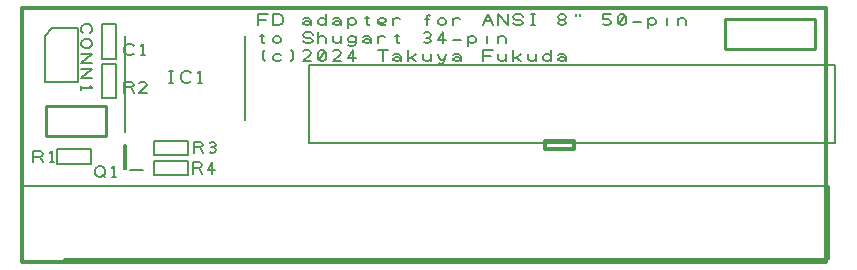
<source format=gbr>
G04 DesignSpark PCB Gerber Version 11.0 Build 5877*
%FSLAX35Y35*%
%MOIN*%
%ADD82C,0.00500*%
%ADD93C,0.00787*%
%ADD15C,0.00800*%
%ADD11C,0.01000*%
%ADD10C,0.01200*%
X0Y0D02*
D02*
D10*
X1083Y600D02*
X269075D01*
Y85314D01*
X1083D01*
Y600D01*
X175442Y38112D02*
Y40925D01*
X185132D01*
Y38112D01*
X175442D01*
D02*
D11*
X9141Y42490D02*
X29141D01*
Y52490D01*
X9141D01*
Y42490D01*
X265469Y81561D02*
X235469D01*
Y71561D01*
X265469D01*
Y81561D01*
D02*
D15*
X96567Y40022D02*
X272067D01*
Y66022D01*
X96567D01*
Y40022D01*
D02*
D82*
X4763Y33735D02*
Y37485D01*
X6950D01*
X7576Y37173D01*
X7888Y36548D01*
X7576Y35923D01*
X6950Y35610D01*
X4763D01*
X6950D02*
X7888Y33735D01*
X10388D02*
X11638D01*
X11013D02*
Y37485D01*
X10388Y36860D01*
X12774Y33227D02*
Y38052D01*
X24141D01*
Y33227D01*
X12774D01*
X19641Y78368D02*
Y60376D01*
X8641D01*
Y75868D01*
X11141Y78368D01*
X19641D01*
X21330Y76743D02*
X21018Y77055D01*
X20705Y77680D01*
Y78618D01*
X21018Y79243D01*
X21330Y79555D01*
X21955Y79868D01*
X23205D01*
X23830Y79555D01*
X24143Y79243D01*
X24455Y78618D01*
Y77680D01*
X24143Y77055D01*
X23830Y76743D01*
X21955Y74868D02*
X23205D01*
X23830Y74555D01*
X24143Y74243D01*
X24455Y73618D01*
Y72993D01*
X24143Y72368D01*
X23830Y72055D01*
X23205Y71743D01*
X21955D01*
X21330Y72055D01*
X21018Y72368D01*
X20705Y72993D01*
Y73618D01*
X21018Y74243D01*
X21330Y74555D01*
X21955Y74868D01*
X20705Y69868D02*
X24455D01*
X20705Y66743D01*
X24455D01*
X20705Y64868D02*
X24455D01*
X20705Y61743D01*
X24455D01*
X20705Y59243D02*
Y57993D01*
Y58618D02*
X24455D01*
X23830Y59243D01*
X25394Y29983D02*
Y31233D01*
X25707Y31859D01*
X26020Y32171D01*
X26644Y32483D01*
X27270D01*
X27894Y32171D01*
X28207Y31859D01*
X28520Y31233D01*
Y29983D01*
X28207Y29359D01*
X27894Y29046D01*
X27270Y28733D01*
X26644D01*
X26020Y29046D01*
X25707Y29359D01*
X25394Y29983D01*
X27582Y29671D02*
X28520Y28733D01*
X31020D02*
X32270D01*
X31644D02*
Y32483D01*
X31020Y31859D01*
X32467Y55188D02*
X27643D01*
Y66555D01*
X32467D01*
Y55188D01*
Y68317D02*
X27643D01*
Y79684D01*
X32467D01*
Y68317D01*
X35083Y56867D02*
Y60617D01*
X37271D01*
X37896Y60305D01*
X38209Y59680D01*
X37896Y59055D01*
X37271Y58743D01*
X35083D01*
X37271D02*
X38209Y56867D01*
X42583D02*
X40083D01*
X42271Y59055D01*
X42583Y59680D01*
X42271Y60305D01*
X41646Y60617D01*
X40709D01*
X40083Y60305D01*
X38209Y69996D02*
X37896Y69684D01*
X37271Y69371D01*
X36333D01*
X35709Y69684D01*
X35396Y69996D01*
X35083Y70621D01*
Y71871D01*
X35396Y72496D01*
X35709Y72809D01*
X36333Y73121D01*
X37271D01*
X37896Y72809D01*
X38209Y72496D01*
X40709Y69371D02*
X41959D01*
X41333D02*
Y73121D01*
X40709Y72496D01*
X44971Y36041D02*
Y40865D01*
X56338D01*
Y36041D01*
X44971D01*
X50089Y60306D02*
X51339D01*
X50715D02*
Y64056D01*
X50089D02*
X51339D01*
X57277Y60931D02*
X56965Y60619D01*
X56339Y60306D01*
X55402D01*
X54777Y60619D01*
X54465Y60931D01*
X54152Y61556D01*
Y62806D01*
X54465Y63431D01*
X54777Y63744D01*
X55402Y64056D01*
X56339D01*
X56965Y63744D01*
X57277Y63431D01*
X59777Y60306D02*
X61027D01*
X60402D02*
Y64056D01*
X59777Y63431D01*
X56459Y34244D02*
Y29419D01*
X45092D01*
Y34244D01*
X56459D01*
X57905Y29984D02*
Y33734D01*
X60092D01*
X60717Y33422D01*
X61030Y32796D01*
X60717Y32172D01*
X60092Y31859D01*
X57905D01*
X60092D02*
X61030Y29984D01*
X64467D02*
Y33734D01*
X62905Y31234D01*
X65405D01*
X58217Y36861D02*
Y40611D01*
X60405D01*
X61030Y40299D01*
X61343Y39674D01*
X61030Y39049D01*
X60405Y38736D01*
X58217D01*
X60405D02*
X61343Y36861D01*
X63530Y37174D02*
X64155Y36861D01*
X64780D01*
X65405Y37174D01*
X65717Y37799D01*
X65405Y38424D01*
X64780Y38736D01*
X64155D01*
X64780D02*
X65405Y39049D01*
X65717Y39674D01*
X65405Y40299D01*
X64780Y40611D01*
X64155D01*
X63530Y40299D01*
X79787Y79374D02*
Y83124D01*
X82912D01*
X82287Y81250D02*
X79787D01*
X84787Y79374D02*
Y83124D01*
X86662D01*
X87287Y82812D01*
X87599Y82500D01*
X87912Y81874D01*
Y80624D01*
X87599Y80000D01*
X87287Y79687D01*
X86662Y79374D01*
X84787D01*
X94787Y81562D02*
X95412Y81874D01*
X96349D01*
X96974Y81562D01*
X97287Y80937D01*
Y80000D01*
X96974Y79687D01*
X96349Y79374D01*
X95724D01*
X95099Y79687D01*
X94787Y80000D01*
Y80312D01*
X95099Y80624D01*
X95724Y80937D01*
X96349D01*
X96974Y80624D01*
X97287Y80312D01*
Y80000D02*
Y79374D01*
X102287Y80937D02*
X101974Y81562D01*
X101349Y81874D01*
X100724D01*
X100099Y81562D01*
X99787Y80937D01*
Y80312D01*
X100099Y79687D01*
X100724Y79374D01*
X101349D01*
X101974Y79687D01*
X102287Y80312D01*
Y79374D02*
Y83124D01*
X104787Y81562D02*
X105412Y81874D01*
X106349D01*
X106974Y81562D01*
X107287Y80937D01*
Y80000D01*
X106974Y79687D01*
X106349Y79374D01*
X105724D01*
X105099Y79687D01*
X104787Y80000D01*
Y80312D01*
X105099Y80624D01*
X105724Y80937D01*
X106349D01*
X106974Y80624D01*
X107287Y80312D01*
Y80000D02*
Y79374D01*
X109787Y81874D02*
Y78437D01*
Y80312D02*
X110099Y79687D01*
X110724Y79374D01*
X111349D01*
X111974Y79687D01*
X112287Y80312D01*
Y80937D01*
X111974Y81562D01*
X111349Y81874D01*
X110724D01*
X110099Y81562D01*
X109787Y80937D01*
Y80312D01*
X115307Y81874D02*
X116766D01*
X116037Y82500D02*
Y79687D01*
X116349Y79374D01*
X116662D01*
X116974Y79687D01*
X122287D02*
X121974Y79374D01*
X121349D01*
X120724D01*
X120099Y79687D01*
X119787Y80312D01*
Y81250D01*
X120099Y81562D01*
X120724Y81874D01*
X121349D01*
X121974Y81562D01*
X122287Y81250D01*
Y80937D01*
X121974Y80624D01*
X121349Y80312D01*
X120724D01*
X120099Y80624D01*
X119787Y80937D01*
X124787Y79374D02*
Y81874D01*
Y80937D02*
X125099Y81562D01*
X125724Y81874D01*
X126349D01*
X126974Y81562D01*
X136037Y79374D02*
Y82500D01*
X136349Y82812D01*
X136662D01*
X136974Y82500D01*
X135412Y81562D02*
X136662D01*
X139787Y80312D02*
X140099Y79687D01*
X140724Y79374D01*
X141349D01*
X141974Y79687D01*
X142287Y80312D01*
Y80937D01*
X141974Y81562D01*
X141349Y81874D01*
X140724D01*
X140099Y81562D01*
X139787Y80937D01*
Y80312D01*
X144787Y79374D02*
Y81874D01*
Y80937D02*
X145099Y81562D01*
X145724Y81874D01*
X146349D01*
X146974Y81562D01*
X154787Y79374D02*
X156349Y83124D01*
X157912Y79374D01*
X155412Y80937D02*
X157287D01*
X159787Y79374D02*
Y83124D01*
X162912Y79374D01*
Y83124D01*
X164787Y80312D02*
X165099Y79687D01*
X165724Y79374D01*
X166974D01*
X167599Y79687D01*
X167912Y80312D01*
X167599Y80937D01*
X166974Y81250D01*
X165724D01*
X165099Y81562D01*
X164787Y82187D01*
X165099Y82812D01*
X165724Y83124D01*
X166974D01*
X167599Y82812D01*
X167912Y82187D01*
X170724Y79374D02*
X171974D01*
X171349D02*
Y83124D01*
X170724D02*
X171974D01*
X180724Y81250D02*
X181349D01*
X181974Y81562D01*
X182287Y82187D01*
X181974Y82812D01*
X181349Y83124D01*
X180724D01*
X180099Y82812D01*
X179787Y82187D01*
X180099Y81562D01*
X180724Y81250D01*
X180099Y80937D01*
X179787Y80312D01*
X180099Y79687D01*
X180724Y79374D01*
X181349D01*
X181974Y79687D01*
X182287Y80312D01*
X181974Y80937D01*
X181349Y81250D01*
X185724Y82500D02*
Y83124D01*
X186974D02*
Y82500D01*
X194787Y79687D02*
X195412Y79374D01*
X196349D01*
X196974Y79687D01*
X197287Y80312D01*
Y80624D01*
X196974Y81250D01*
X196349Y81562D01*
X194787D01*
Y83124D01*
X197287D01*
X200099Y79687D02*
X200724Y79374D01*
X201349D01*
X201974Y79687D01*
X202287Y80312D01*
Y82187D01*
X201974Y82812D01*
X201349Y83124D01*
X200724D01*
X200099Y82812D01*
X199787Y82187D01*
Y80312D01*
X200099Y79687D01*
X201974Y82812D01*
X204787Y80624D02*
X207287D01*
X209787Y81874D02*
Y78437D01*
Y80312D02*
X210099Y79687D01*
X210724Y79374D01*
X211349D01*
X211974Y79687D01*
X212287Y80312D01*
Y80937D01*
X211974Y81562D01*
X211349Y81874D01*
X210724D01*
X210099Y81562D01*
X209787Y80937D01*
Y80312D01*
X216037Y79374D02*
Y81874D01*
Y82812D02*
X219787Y79374D02*
Y81874D01*
Y80937D02*
X220099Y81562D01*
X220724Y81874D01*
X221349D01*
X221974Y81562D01*
X222287Y80937D01*
Y79374D01*
X80307Y75874D02*
X81766D01*
X81037Y76500D02*
Y73687D01*
X81349Y73374D01*
X81662D01*
X81974Y73687D01*
X84787Y74312D02*
X85099Y73687D01*
X85724Y73374D01*
X86349D01*
X86974Y73687D01*
X87287Y74312D01*
Y74937D01*
X86974Y75562D01*
X86349Y75874D01*
X85724D01*
X85099Y75562D01*
X84787Y74937D01*
Y74312D01*
X94787D02*
X95099Y73687D01*
X95724Y73374D01*
X96974D01*
X97599Y73687D01*
X97912Y74312D01*
X97599Y74937D01*
X96974Y75250D01*
X95724D01*
X95099Y75562D01*
X94787Y76187D01*
X95099Y76812D01*
X95724Y77124D01*
X96974D01*
X97599Y76812D01*
X97912Y76187D01*
X99787Y73374D02*
Y77124D01*
Y74937D02*
X100099Y75562D01*
X100724Y75874D01*
X101349D01*
X101974Y75562D01*
X102287Y74937D01*
Y73374D01*
X104787Y75874D02*
Y74312D01*
X105099Y73687D01*
X105724Y73374D01*
X106349D01*
X106974Y73687D01*
X107287Y74312D01*
Y75874D02*
Y73374D01*
X112287Y74937D02*
X111974Y75562D01*
X111349Y75874D01*
X110724D01*
X110099Y75562D01*
X109787Y74937D01*
Y74624D01*
X110099Y74000D01*
X110724Y73687D01*
X111349D01*
X111974Y74000D01*
X112287Y74624D01*
Y75874D02*
Y73374D01*
X111974Y72750D01*
X111349Y72437D01*
X110412D01*
X109787Y72750D01*
X114787Y75562D02*
X115412Y75874D01*
X116349D01*
X116974Y75562D01*
X117287Y74937D01*
Y74000D01*
X116974Y73687D01*
X116349Y73374D01*
X115724D01*
X115099Y73687D01*
X114787Y74000D01*
Y74312D01*
X115099Y74624D01*
X115724Y74937D01*
X116349D01*
X116974Y74624D01*
X117287Y74312D01*
Y74000D02*
Y73374D01*
X119787D02*
Y75874D01*
Y74937D02*
X120099Y75562D01*
X120724Y75874D01*
X121349D01*
X121974Y75562D01*
X125307Y75874D02*
X126766D01*
X126037Y76500D02*
Y73687D01*
X126349Y73374D01*
X126662D01*
X126974Y73687D01*
X135099D02*
X135724Y73374D01*
X136349D01*
X136974Y73687D01*
X137287Y74312D01*
X136974Y74937D01*
X136349Y75250D01*
X135724D01*
X136349D02*
X136974Y75562D01*
X137287Y76187D01*
X136974Y76812D01*
X136349Y77124D01*
X135724D01*
X135099Y76812D01*
X141349Y73374D02*
Y77124D01*
X139787Y74624D01*
X142287D01*
X144787D02*
X147287D01*
X149787Y75874D02*
Y72437D01*
Y74312D02*
X150099Y73687D01*
X150724Y73374D01*
X151349D01*
X151974Y73687D01*
X152287Y74312D01*
Y74937D01*
X151974Y75562D01*
X151349Y75874D01*
X150724D01*
X150099Y75562D01*
X149787Y74937D01*
Y74312D01*
X156037Y73374D02*
Y75874D01*
Y76812D02*
X159787Y73374D02*
Y75874D01*
Y74937D02*
X160099Y75562D01*
X160724Y75874D01*
X161349D01*
X161974Y75562D01*
X162287Y74937D01*
Y73374D01*
X81974Y67374D02*
X81349Y68312D01*
Y70500D01*
X81974Y71124D01*
X87287Y69562D02*
X86662Y69874D01*
X85724D01*
X85099Y69562D01*
X84787Y68937D01*
Y68312D01*
X85099Y67687D01*
X85724Y67374D01*
X86662D01*
X87287Y67687D01*
X90724Y67374D02*
X91349Y68312D01*
Y70500D01*
X90724Y71124D01*
X97287Y67374D02*
X94787D01*
X96974Y69562D01*
X97287Y70187D01*
X96974Y70812D01*
X96349Y71124D01*
X95412D01*
X94787Y70812D01*
X100099Y67687D02*
X100724Y67374D01*
X101349D01*
X101974Y67687D01*
X102287Y68312D01*
Y70187D01*
X101974Y70812D01*
X101349Y71124D01*
X100724D01*
X100099Y70812D01*
X99787Y70187D01*
Y68312D01*
X100099Y67687D01*
X101974Y70812D01*
X107287Y67374D02*
X104787D01*
X106974Y69562D01*
X107287Y70187D01*
X106974Y70812D01*
X106349Y71124D01*
X105412D01*
X104787Y70812D01*
X111349Y67374D02*
Y71124D01*
X109787Y68624D01*
X112287D01*
X121349Y67374D02*
Y71124D01*
X119787D02*
X122912D01*
X124787Y69562D02*
X125412Y69874D01*
X126349D01*
X126974Y69562D01*
X127287Y68937D01*
Y68000D01*
X126974Y67687D01*
X126349Y67374D01*
X125724D01*
X125099Y67687D01*
X124787Y68000D01*
Y68312D01*
X125099Y68624D01*
X125724Y68937D01*
X126349D01*
X126974Y68624D01*
X127287Y68312D01*
Y68000D02*
Y67374D01*
X129787D02*
Y71124D01*
Y68624D02*
X130724D01*
X132287Y69874D01*
X130724Y68624D02*
X132287Y67374D01*
X134787Y69874D02*
Y68312D01*
X135099Y67687D01*
X135724Y67374D01*
X136349D01*
X136974Y67687D01*
X137287Y68312D01*
Y69874D02*
Y67374D01*
X139787Y69874D02*
X140099Y68624D01*
X140724Y68000D01*
X141349D01*
X141974Y68624D01*
X142287Y69874D01*
X141974Y68624D02*
X141662Y67374D01*
X141349Y66750D01*
X140724Y66437D01*
X140099Y66750D01*
X144787Y69562D02*
X145412Y69874D01*
X146349D01*
X146974Y69562D01*
X147287Y68937D01*
Y68000D01*
X146974Y67687D01*
X146349Y67374D01*
X145724D01*
X145099Y67687D01*
X144787Y68000D01*
Y68312D01*
X145099Y68624D01*
X145724Y68937D01*
X146349D01*
X146974Y68624D01*
X147287Y68312D01*
Y68000D02*
Y67374D01*
X154787D02*
Y71124D01*
X157912D01*
X157287Y69250D02*
X154787D01*
X159787Y69874D02*
Y68312D01*
X160099Y67687D01*
X160724Y67374D01*
X161349D01*
X161974Y67687D01*
X162287Y68312D01*
Y69874D02*
Y67374D01*
X164787D02*
Y71124D01*
Y68624D02*
X165724D01*
X167287Y69874D01*
X165724Y68624D02*
X167287Y67374D01*
X169787Y69874D02*
Y68312D01*
X170099Y67687D01*
X170724Y67374D01*
X171349D01*
X171974Y67687D01*
X172287Y68312D01*
Y69874D02*
Y67374D01*
X177287Y68937D02*
X176974Y69562D01*
X176349Y69874D01*
X175724D01*
X175099Y69562D01*
X174787Y68937D01*
Y68312D01*
X175099Y67687D01*
X175724Y67374D01*
X176349D01*
X176974Y67687D01*
X177287Y68312D01*
Y67374D02*
Y71124D01*
X179787Y69562D02*
X180412Y69874D01*
X181349D01*
X181974Y69562D01*
X182287Y68937D01*
Y68000D01*
X181974Y67687D01*
X181349Y67374D01*
X180724D01*
X180099Y67687D01*
X179787Y68000D01*
Y68312D01*
X180099Y68624D01*
X180724Y68937D01*
X181349D01*
X181974Y68624D01*
X182287Y68312D01*
Y68000D02*
Y67374D01*
D02*
D93*
X15079Y1604D02*
X269862D01*
Y26013D01*
X1083D01*
Y8415D01*
X35404Y43964D02*
Y75869D01*
X35693Y31674D02*
X35102D01*
Y39548D01*
X35693D01*
Y31674D01*
X41205Y31083D02*
X37071D01*
X75404Y47869D02*
Y75869D01*
X0Y0D02*
M02*

</source>
